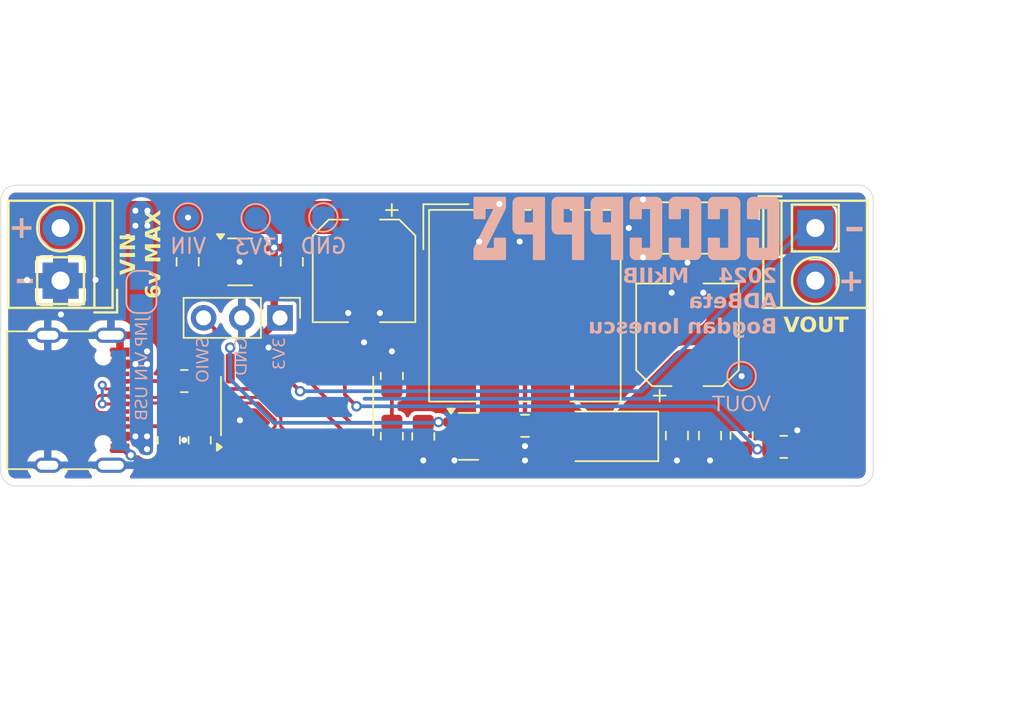
<source format=kicad_pcb>
(kicad_pcb (version 20240108) (generator "pcbnew") (generator_version "8.0")
  (title_block (title "CCCCPPPS") (date "2024-12-11") (rev "MkIIB") (comment 1 "ADBeta"))
  (layers (0 "F.Cu" signal) (31 "B.Cu" signal) (34 "B.Paste" user) (35 "F.Paste" user) (36 "B.SilkS" user "B.Silkscreen") (37 "F.SilkS" user "F.Silkscreen") (38 "B.Mask" user) (39 "F.Mask" user) (44 "Edge.Cuts" user))
  (net 0 "")
  (net 1 "GND")
  (net 2 "VBUS_VIN")
  (net 3 "VBUS_3V3")
  (net 4 "/L_IN")
  (net 5 "/L_OUT")
  (net 6 "VBUS_OUT_POS")
  (net 7 "/SWIO")
  (net 8 "/USB_DN")
  (net 9 "/USB_DP")
  (net 10 "Net-(J2-CC1)")
  (net 13 "Net-(J2-CC2)")
  (net 14 "VBUS_OUT_NEG")
  (net 15 "/PSU_PWM")
  (net 16 "/USB_DPU")
  (net 17 "/VOUT_FB")
  (net 18 "/ISENSE_OPA-")
  (net 19 "/ISENSE")
  (net 26 "/VBUS_USB")
  (footprint "Resistor_SMD:R_0805_2012Metric" (layer "F.Cu") (at 42 39.0875 -90)
    (property "Reference" "R8" (hide yes))
    (property "Value" "220R")
  )
  (footprint "Resistor_SMD:R_0805_2012Metric" (layer "F.Cu") (at 29.225 43.3625 -90)
    (property "Reference" "R3" (hide yes))
    (property "Value" "1K5")
  )
  (footprint "Resistor_SMD:R_0805_2012Metric" (layer "F.Cu") (at 27.175 43.3625 -90)
    (property "Reference" "R2" (hide yes))
    (property "Value" "5K1")
  )
  (footprint "Custom_Footprints:PCB_Terminal_Block_2-P3.5" (layer "F.Cu") (at 19.975 32.75 90)
    (property "Reference" "J4" (hide yes))
    (property "Value" "CONN_IN" (hide yes))
  )
  (footprint "Connector_PinHeader_2.54mm:PinHeader_1x03_P2.54mm_Vertical" (layer "F.Cu") (at 34.565 35.225 -90)
    (property "Reference" "J1" (hide yes))
    (property "Value" "PROG_HEADER" (hide yes))
  )
  (footprint "Package_TO_SOT_SMD:SOT-23-5" (layer "F.Cu") (at 31.9125 31.5)
    (property "Reference" "U3" (hide yes))
    (property "Value" "AP2112K-3.3")
  )
  (footprint "Resistor_SMD:R_0805_2012Metric" (layer "F.Cu") (at 65.25 43.05 -90)
    (property "Reference" "R5" (hide yes))
    (property "Value" "39K")
  )
  (footprint "Capacitor_SMD:CP_Elec_6.3x5.2" (layer "F.Cu") (at 40.15 32.1 -90)
    (property "Reference" "C8" (hide yes))
    (property "Value" "100uF")
  )
  (footprint "Resistor_SMD:R_0805_2012Metric" (layer "F.Cu") (at 44.087501 43.099999 -90)
    (property "Reference" "R4" (hide yes))
    (property "Value" "10K")
  )
  (footprint "Connector_USB:USB_C_Receptacle_G-Switch_GT-USB-7010ASV" (layer "F.Cu") (at 20.2 40.7 -90)
    (property "Reference" "J2" (hide yes))
    (property "Value" "USB_C")
  )
  (footprint "Package_TO_SOT_SMD:SOT-23" (layer "F.Cu") (at 47.1 43.1)
    (property "Reference" "Q1" (hide yes))
    (property "Value" "AO3400A")
  )
  (footprint "Resistor_SMD:R_0805_2012Metric" (layer "F.Cu") (at 28.2 39.425)
    (property "Reference" "R1" (hide yes))
    (property "Value" "5K1")
  )
  (footprint "Capacitor_SMD:C_0805_2012Metric" (layer "F.Cu") (at 35.35 31.5 -90)
    (property "Reference" "C2" (hide yes))
    (property "Value" "10uF")
  )
  (footprint "Capacitor_SMD:C_0805_2012Metric" (layer "F.Cu") (at 60.95 43.049999 -90)
    (property "Reference" "C6" (hide yes))
    (property "Value" "10uF")
  )
  (footprint "Package_SO:SOP-16_3.9x9.9mm_P1.27mm" (layer "F.Cu") (at 35.7 41.0875 90)
    (property "Reference" "U2" (hide yes))
    (property "Value" "CH32V003AxMx")
  )
  (footprint "Capacitor_SMD:C_0805_2012Metric" (layer "F.Cu") (at 50.85 42.4)
    (property "Reference" "C4" (hide yes))
    (property "Value" "10uF")
  )
  (footprint "Inductor_SMD:L_Bourns_SRF1260" (layer "F.Cu") (at 50.8425 34.4175)
    (property "Reference" "L1" (hide yes))
    (property "Value" "SRF1260-101M")
  )
  (footprint "Capacitor_SMD:C_0805_2012Metric" (layer "F.Cu") (at 63.15 43.049999 -90)
    (property "Reference" "C5" (hide yes))
    (property "Value" "100nF")
  )
  (footprint "Resistor_SMD:R_0805_2012Metric" (layer "F.Cu") (at 42 43.087499 -90)
    (property "Reference" "R7" (hide yes))
    (property "Value" "2K")
  )
  (footprint "Custom_Footprints:PCB_Terminal_Block_2-P3.5" (layer "F.Cu") (at 70.15 29.25 -90)
    (property "Reference" "J3" (hide yes))
    (property "Value" "CONN_OUT" (hide yes))
  )
  (footprint "Resistor_SMD:R_0805_2012Metric" (layer "F.Cu") (at 68.05 43.8)
    (property "Reference" "R6" (hide yes))
    (property "Value" "10K")
  )
  (footprint "Diode_SMD:D_SMA" (layer "F.Cu") (at 56.2 43.1 180)
    (property "Reference" "D1" (hide yes))
    (property "Value" "SS34")
  )
  (footprint "Resistor_SMD:R_2512_6332Metric_Pad1.40x3.35mm_HandSolder" (layer "F.Cu") (at 61.75 29.25 180)
    (property "Reference" "R9" (hide yes))
    (property "Value" "330mR")
  )
  (footprint "Capacitor_SMD:C_0805_2012Metric" (layer "F.Cu") (at 28.425 31.5 -90)
    (property "Reference" "C1" (hide yes))
    (property "Value" "10uF")
  )
  (footprint "Capacitor_SMD:CP_Elec_6.3x5.2" (layer "F.Cu") (at 61.65 36.35 90)
    (property "Reference" "C7" (hide yes))
    (property "Value" "100uF")
  )
  (footprint "TestPoint:TestPoint_Pad_D1.5mm" (layer "B.Cu") (at 65.25 39.1 180)
    (property "Reference" "TP1" (hide yes))
    (property "Value" "VOUT")
  )
  (footprint "TestPoint:TestPoint_Pad_D1.5mm" (layer "B.Cu") (at 28.45 28.55 180)
    (property "Reference" "TP2" (hide yes))
    (property "Value" "VIN")
  )
  (footprint "TestPoint:TestPoint_Pad_D1.5mm" (layer "B.Cu") (at 37.45 28.55 180)
    (property "Reference" "TP4" (hide yes))
    (property "Value" "GND")
  )
  (footprint "Jumper:SolderJumper-2_P1.3mm_Open_RoundedPad1.0x1.5mm" (layer "B.Cu") (at 25.35 33.5 90)
    (property "Reference" "JP1" (hide yes))
    (property "Value" "JMP_USB_VIN" (hide yes))
  )
  (footprint "TestPoint:TestPoint_Pad_D1.5mm" (layer "B.Cu") (at 32.95 28.6 180)
    (property "Reference" "TP3" (hide yes))
    (property "Value" "3V3")
  )
  (gr_poly (pts (xy 47.489349 28.6) (xy 48.166683 28.6) (xy 48.166683 27.922666) (xy 48.844016 27.922666) (xy 47.489349 30.632001) (xy 47.489349 31.31498) (xy 49.52135 31.31498) (xy 49.52135 29.954668) (xy 48.844016 29.954668) (xy 48.844016 30.632002) (xy 48.166683 30.632002) (xy 49.52135 27.922666) (xy 49.52135 27.239688) (xy 47.489349 27.239688)) (stroke (width 0.132291)) (fill solid) (layer "B.SilkS"))
  (gr_poly (pts (xy 63.389203 27.240085) (xy 63.372093 27.241275) (xy 63.355336 27.24326) (xy 63.338932 27.246038) (xy 63.322881 27.24961) (xy 63.307182 27.253975) (xy 63.291836 27.259135) (xy 63.276843 27.265088) (xy 63.262203 27.271835) (xy 63.247915 27.279375) (xy 63.233981 27.28771) (xy 63.220399 27.296838) (xy 63.20717 27.30676) (xy 63.194293 27.317475) (xy 63.18177 27.328985) (xy 63.169599 27.341288) (xy 63.157296 27.353459) (xy 63.145786 27.365982) (xy 63.135071 27.378859) (xy 63.125149 27.392088) (xy 63.116021 27.40567) (xy 63.107686 27.419604) (xy 63.100146 27.433892) (xy 63.093399 27.448532) (xy 63.087446 27.463525) (xy 63.082286 27.478871) (xy 63.077921 27.49457) (xy 63.074349 27.510621) (xy 63.071571 27.527025) (xy 63.069586 27.543782) (xy 63.068396 27.560892) (xy 63.067999 27.578355) (xy 63.067999 28.6) (xy 63.745333 28.6) (xy 63.745333 27.922666) (xy 64.422666 27.922666) (xy 64.422666 30.632002) (xy 63.745333 30.632002) (xy 63.745333 29.954668) (xy 63.067999 29.954668) (xy 63.067999 30.976313) (xy 63.068396 30.993798) (xy 63.069586 31.010973) (xy 63.071571 31.027841) (xy 63.074349 31.044399) (xy 63.077921 31.060649) (xy 63.082286 31.07659) (xy 63.087446 31.092223) (xy 63.093399 31.107547) (xy 63.100146 31.122562) (xy 63.107686 31.137268) (xy 63.116021 31.151666) (xy 63.125149 31.165755) (xy 63.135071 31.179535) (xy 63.145786 31.193007) (xy 63.157296 31.20617) (xy 63.169599 31.219024) (xy 63.18177 31.230644) (xy 63.194293 31.241514) (xy 63.20717 31.251634) (xy 63.220399 31.261005) (xy 63.233981 31.269626) (xy 63.247915 31.277498) (xy 63.262203 31.284619) (xy 63.276843 31.290991) (xy 63.291836 31.296614) (xy 63.307182 31.301487) (xy 63.322881 31.30561) (xy 63.338932 31.308983) (xy 63.355336 31.311607) (xy 63.372093 31.313481) (xy 63.389203 31.314605) (xy 63.406666 31.31498) (xy 64.761334 31.31498) (xy 64.778818 31.314605) (xy 64.795994 31.313481) (xy 64.812861 31.311607) (xy 64.829419 31.308983) (xy 64.845669 31.30561) (xy 64.86161 31.301487) (xy 64.877243 31.296614) (xy 64.892567 31.290991) (xy 64.907582 31.284619) (xy 64.922288 31.277498) (xy 64.936686 31.269626) (xy 64.950775 31.261005) (xy 64.964555 31.251634) (xy 64.978027 31.241514) (xy 64.99119 31.230644) (xy 65.004045 31.219024) (xy 65.015664 31.20617) (xy 65.026534 31.193007) (xy 65.036654 31.179535) (xy 65.046025 31.165755) (xy 65.054646 31.151666) (xy 65.062518 31.137268) (xy 65.069639 31.122562) (xy 65.076011 31.107547) (xy 65.081634 31.092223) (xy 65.086506 31.07659) (xy 65.09063 31.060649) (xy 65.094003 31.044399) (xy 65.096627 31.027841) (xy 65.098501 31.010973) (xy 65.099625 30.993798) (xy 65.1 30.976313) (xy 65.1 27.578355) (xy 65.099625 27.560892) (xy 65.098501 27.543782) (xy 65.096627 27.527025) (xy 65.094003 27.510621) (xy 65.09063 27.49457) (xy 65.086506 27.478871) (xy 65.081634 27.463525) (xy 65.076011 27.448532) (xy 65.069639 27.433892) (xy 65.062518 27.419604) (xy 65.054646 27.40567) (xy 65.046025 27.392088) (xy 65.036654 27.378859) (xy 65.026534 27.365982) (xy 65.015664 27.353459) (xy 65.004045 27.341288) (xy 64.99119 27.328985) (xy 64.978027 27.317475) (xy 64.964556 27.30676) (xy 64.950775 27.296838) (xy 64.936686 27.28771) (xy 64.922288 27.279375) (xy 64.907582 27.271835) (xy 64.892567 27.265088) (xy 64.877243 27.259135) (xy 64.861611 27.253975) (xy 64.845669 27.24961) (xy 64.82942 27.246038) (xy 64.812861 27.24326) (xy 64.795994 27.241275) (xy 64.778818 27.240085) (xy 64.761334 27.239688) (xy 63.406666 27.239688)) (stroke (width 0.132291)) (fill solid) (layer "B.SilkS"))
  (gr_poly (pts (xy 60.792762 27.240085) (xy 60.775653 27.241275) (xy 60.758896 27.24326) (xy 60.742491 27.246038) (xy 60.72644 27.24961) (xy 60.710741 27.253975) (xy 60.695395 27.259135) (xy 60.680402 27.265088) (xy 60.665762 27.271835) (xy 60.651474 27.279375) (xy 60.63754 27.28771) (xy 60.623958 27.296838) (xy 60.610729 27.30676) (xy 60.597852 27.317475) (xy 60.585328 27.328985) (xy 60.573158 27.341288) (xy 60.560854 27.353459) (xy 60.549345 27.365982) (xy 60.538629 27.378859) (xy 60.528708 27.392088) (xy 60.519579 27.40567) (xy 60.511245 27.419604) (xy 60.503704 27.433892) (xy 60.496958 27.448532) (xy 60.491004 27.463525) (xy 60.485845 27.478871) (xy 60.481479 27.49457) (xy 60.477907 27.510621) (xy 60.475129 27.527025) (xy 60.473145 27.543782) (xy 60.471954 27.560892) (xy 60.471557 27.578355) (xy 60.471557 28.6) (xy 61.148891 28.6) (xy 61.148891 27.922666) (xy 61.826225 27.922666) (xy 61.826225 30.632002) (xy 61.148891 30.632002) (xy 61.148891 29.954668) (xy 60.471557 29.954668) (xy 60.471557 30.976313) (xy 60.471954 30.993798) (xy 60.473145 31.010973) (xy 60.475129 31.027841) (xy 60.477907 31.044399) (xy 60.481479 31.060649) (xy 60.485845 31.07659) (xy 60.491004 31.092223) (xy 60.496958 31.107547) (xy 60.503704 31.122562) (xy 60.511245 31.137268) (xy 60.519579 31.151666) (xy 60.528708 31.165755) (xy 60.538629 31.179535) (xy 60.549345 31.193007) (xy 60.560854 31.20617) (xy 60.573158 31.219024) (xy 60.585329 31.230644) (xy 60.597852 31.241514) (xy 60.610729 31.251634) (xy 60.623958 31.261005) (xy 60.63754 31.269626) (xy 60.651475 31.277498) (xy 60.665762 31.284619) (xy 60.680403 31.290991) (xy 60.695396 31.296614) (xy 60.710742 31.301487) (xy 60.72644 31.30561) (xy 60.742492 31.308983) (xy 60.758896 31.311607) (xy 60.775653 31.313481) (xy 60.792762 31.314605) (xy 60.810225 31.31498) (xy 62.164893 31.31498) (xy 62.182377 31.314605) (xy 62.199553 31.313481) (xy 62.21642 31.311607) (xy 62.232979 31.308983) (xy 62.249229 31.30561) (xy 62.26517 31.301487) (xy 62.280802 31.296614) (xy 62.296126 31.290991) (xy 62.311141 31.284619) (xy 62.325848 31.277498) (xy 62.340245 31.269626) (xy 62.354335 31.261005) (xy 62.368115 31.251634) (xy 62.381587 31.241514) (xy 62.39475 31.230644) (xy 62.407604 31.219024) (xy 62.419224 31.20617) (xy 62.430094 31.193007) (xy 62.440214 31.179535) (xy 62.449584 31.165755) (xy 62.458205 31.151666) (xy 62.466077 31.137268) (xy 62.473198 31.122562) (xy 62.479571 31.107547) (xy 62.485193 31.092223) (xy 62.490066 31.07659) (xy 62.494189 31.060649) (xy 62.497562 31.044399) (xy 62.500186 31.027841) (xy 62.50206 31.010973) (xy 62.503185 30.993798) (xy 62.503559 30.976313) (xy 62.503559 27.578355) (xy 62.503185 27.560892) (xy 62.50206 27.543782) (xy 62.500186 27.527025) (xy 62.497562 27.510621) (xy 62.494189 27.49457) (xy 62.490066 27.478871) (xy 62.485193 27.463525) (xy 62.479571 27.448532) (xy 62.473198 27.433892) (xy 62.466077 27.419605) (xy 62.458205 27.40567) (xy 62.449584 27.392088) (xy 62.440214 27.378859) (xy 62.430094 27.365982) (xy 62.419224 27.353459) (xy 62.407604 27.341288) (xy 62.39475 27.328985) (xy 62.381587 27.317475) (xy 62.368115 27.30676) (xy 62.354335 27.296838) (xy 62.340245 27.28771) (xy 62.325848 27.279375) (xy 62.311141 27.271835) (xy 62.296126 27.265088) (xy 62.280802 27.259135) (xy 62.26517 27.253975) (xy 62.249229 27.24961) (xy 62.232979 27.246038) (xy 62.21642 27.24326) (xy 62.199553 27.241275) (xy 62.182377 27.240085) (xy 62.164893 27.239688) (xy 60.810225 27.239688)) (stroke (width 0.132291)) (fill solid) (layer "B.SilkS"))
  (gr_poly (pts (xy 50.406996 27.240085) (xy 50.389887 27.241275) (xy 50.37313 27.24326) (xy 50.356725 27.246038) (xy 50.340674 27.24961) (xy 50.324976 27.253975) (xy 50.30963 27.259135) (xy 50.294637 27.265088) (xy 50.279997 27.271835) (xy 50.265709 27.279375) (xy 50.251774 27.28771) (xy 50.238193 27.296838) (xy 50.224963 27.30676) (xy 50.212087 27.317475) (xy 50.199563 27.328985) (xy 50.187393 27.341288) (xy 50.175089 27.353459) (xy 50.16358 27.365982) (xy 50.152864 27.378859) (xy 50.142942 27.392088) (xy 50.133814 27.40567) (xy 50.12548 27.419604) (xy 50.117939 27.433892) (xy 50.111192 27.448532) (xy 50.105239 27.463525) (xy 50.100079 27.478871) (xy 50.095714 27.49457) (xy 50.092142 27.510621) (xy 50.089364 27.527025) (xy 50.087379 27.543782) (xy 50.086189 27.560892) (xy 50.085792 27.578355) (xy 50.085792 29.277334) (xy 50.086189 29.294819) (xy 50.087379 29.311994) (xy 50.089364 29.328862) (xy 50.092142 29.34542) (xy 50.095714 29.36167) (xy 50.100079 29.377611) (xy 50.105239 29.393244) (xy 50.111192 29.408567) (xy 50.117939 29.423582) (xy 50.12548 29.438289) (xy 50.133814 29.452687) (xy 50.142942 29.466776) (xy 50.152864 29.480556) (xy 50.16358 29.494028) (xy 50.175089 29.507191) (xy 50.187393 29.520045) (xy 50.199563 29.531665) (xy 50.212087 29.542535) (xy 50.224963 29.552655) (xy 50.238193 29.562026) (xy 50.251774 29.570647) (xy 50.265709 29.578518) (xy 50.279997 29.58564) (xy 50.294637 29.592012) (xy 50.30963 29.597634) (xy 50.324976 29.602507) (xy 50.340674 29.60663) (xy 50.356725 29.610004) (xy 50.37313 29.612627) (xy 50.389887 29.614502) (xy 50.406996 29.615626) (xy 50.424459 29.616001) (xy 51.44046 29.616001) (xy 51.44046 31.31498) (xy 52.117793 31.31498) (xy 52.117793 28.938667) (xy 51.44046 28.938667) (xy 50.763126 28.938667) (xy 50.763126 27.922666) (xy 51.44046 27.922666) (xy 51.44046 28.938667) (xy 52.117793 28.938667) (xy 52.117793 27.239688) (xy 50.424459 27.239688)) (stroke (width 0.132291)) (fill solid) (layer "B.SilkS"))
  (gr_poly (pts (xy 55.599879 27.240085) (xy 55.582769 27.241275) (xy 55.566013 27.24326) (xy 55.549608 27.246038) (xy 55.533557 27.24961) (xy 55.517859 27.253975) (xy 55.502513 27.259135) (xy 55.48752 27.265088) (xy 55.472879 27.271835) (xy 55.458592 27.279375) (xy 55.444657 27.28771) (xy 55.431075 27.296838) (xy 55.417846 27.30676) (xy 55.40497 27.317475) (xy 55.392446 27.328985) (xy 55.380275 27.341288) (xy 55.367972 27.353459) (xy 55.356462 27.365982) (xy 55.345747 27.378859) (xy 55.335825 27.392088) (xy 55.326697 27.40567) (xy 55.318362 27.419604) (xy 55.310822 27.433892) (xy 55.304075 27.448532) (xy 55.298121 27.463525) (xy 55.292962 27.478871) (xy 55.288596 27.49457) (xy 55.285024 27.510621) (xy 55.282246 27.527025) (xy 55.280262 27.543782) (xy 55.279071 27.560892) (xy 55.278674 27.578355) (xy 55.278675 29.277334) (xy 55.279072 29.294819) (xy 55.280263 29.311994) (xy 55.282247 29.328862) (xy 55.285025 29.34542) (xy 55.288597 29.36167) (xy 55.292963 29.377611) (xy 55.298122 29.393244) (xy 55.304076 29.408567) (xy 55.310822 29.423582) (xy 55.318363 29.438289) (xy 55.326698 29.452687) (xy 55.335826 29.466776) (xy 55.345748 29.480556) (xy 55.356463 29.494028) (xy 55.367973 29.507191) (xy 55.380276 29.520045) (xy 55.392447 29.531665) (xy 55.40497 29.542535) (xy 55.417847 29.552655) (xy 55.431076 29.562026) (xy 55.444658 29.570647) (xy 55.458592 29.578518) (xy 55.47288 29.58564) (xy 55.48752 29.592012) (xy 55.502513 29.597634) (xy 55.517859 29.602507) (xy 55.533557 29.60663) (xy 55.549609 29.610004) (xy 55.566013 29.612627) (xy 55.58277 29.614502) (xy 55.59988 29.615626) (xy 55.617342 29.616001) (xy 56.633343 29.616001) (xy 56.633343 31.31498) (xy 57.310677 31.31498) (xy 57.310677 28.938667) (xy 56.633342 28.938667) (xy 55.956008 28.938667) (xy 55.956008 27.922666) (xy 56.633342 27.922666) (xy 56.633342 28.938667) (xy 57.310677 28.938667) (xy 57.310677 27.239688) (xy 55.617341 27.239688)) (stroke (width 0.132291)) (fill solid) (layer "B.SilkS"))
  (gr_poly (pts (xy 53.003438 27.240085) (xy 52.986328 27.241275) (xy 52.969571 27.24326) (xy 52.953167 27.246038) (xy 52.937115 27.24961) (xy 52.921417 27.253975) (xy 52.906071 27.259135) (xy 52.891078 27.265088) (xy 52.876437 27.271835) (xy 52.86215 27.279375) (xy 52.848215 27.28771) (xy 52.834633 27.296838) (xy 52.821404 27.30676) (xy 52.808527 27.317475) (xy 52.796004 27.328985) (xy 52.783833 27.341288) (xy 52.77153 27.353459) (xy 52.760021 27.365982) (xy 52.749305 27.378859) (xy 52.739383 27.392088) (xy 52.730255 27.40567) (xy 52.721921 27.419604) (xy 52.71438 27.433892) (xy 52.707633 27.448532) (xy 52.70168 27.463525) (xy 52.696521 27.478871) (xy 52.692155 27.49457) (xy 52.688583 27.510621) (xy 52.685805 27.527025) (xy 52.683821 27.543782) (xy 52.68263 27.560892) (xy 52.682233 27.578355) (xy 52.682233 29.277334) (xy 52.68263 29.294819) (xy 52.683821 29.311994) (xy 52.685805 29.328862) (xy 52.688583 29.34542) (xy 52.692155 29.36167) (xy 52.696521 29.377611) (xy 52.70168 29.393244) (xy 52.707633 29.408567) (xy 52.71438 29.423582) (xy 52.721921 29.438289) (xy 52.730255 29.452687) (xy 52.739383 29.466776) (xy 52.749305 29.480556) (xy 52.760021 29.494028) (xy 52.77153 29.507191) (xy 52.783833 29.520045) (xy 52.796004 29.531665) (xy 52.808527 29.542535) (xy 52.821404 29.552655) (xy 52.834633 29.562026) (xy 52.848215 29.570647) (xy 52.86215 29.578518) (xy 52.876437 29.58564) (xy 52.891078 29.592012) (xy 52.906071 29.597634) (xy 52.921417 29.602507) (xy 52.937115 29.60663) (xy 52.953167 29.610004) (xy 52.969571 29.612627) (xy 52.986328 29.614502) (xy 53.003438 29.615626) (xy 53.0209 29.616001) (xy 54.036901 29.616001) (xy 54.036901 31.31498) (xy 54.714235 31.31498) (xy 54.714235 28.938667) (xy 54.036901 28.938667) (xy 53.359567 28.938667) (xy 53.359567 27.922666) (xy 54.036901 27.922666) (xy 54.036901 28.938667) (xy 54.714235 28.938667) (xy 54.714235 27.239688) (xy 53.0209 27.239688)) (stroke (width 0.132291)) (fill solid) (layer "B.SilkS"))
  (gr_poly (pts (xy 58.196321 27.240085) (xy 58.179211 27.241275) (xy 58.162454 27.24326) (xy 58.14605 27.246038) (xy 58.129999 27.24961) (xy 58.1143 27.253975) (xy 58.098954 27.259135) (xy 58.083961 27.265088) (xy 58.069321 27.271835) (xy 58.055033 27.279375) (xy 58.041098 27.28771) (xy 58.027516 27.296838) (xy 58.014287 27.30676) (xy 58.001411 27.317475) (xy 57.988887 27.328985) (xy 57.976716 27.341288) (xy 57.964413 27.353459) (xy 57.952904 27.365982) (xy 57.942188 27.378859) (xy 57.932267 27.392088) (xy 57.923139 27.40567) (xy 57.914804 27.419604) (xy 57.907264 27.433892) (xy 57.900517 27.448532) (xy 57.894564 27.463525) (xy 57.889404 27.478871) (xy 57.885039 27.49457) (xy 57.881467 27.510621) (xy 57.878689 27.527025) (xy 57.876704 27.543782) (xy 57.875514 27.560892) (xy 57.875117 27.578355) (xy 57.875117 28.6) (xy 58.55245 28.6) (xy 58.55245 27.922666) (xy 59.229784 27.922666) (xy 59.229784 30.632002) (xy 58.55245 30.632002) (xy 58.55245 29.954668) (xy 57.875117 29.954668) (xy 57.875117 30.976313) (xy 57.875514 30.993798) (xy 57.876704 31.010973) (xy 57.878689 31.027841) (xy 57.881467 31.044399) (xy 57.885039 31.060649) (xy 57.889404 31.07659) (xy 57.894564 31.092223) (xy 57.900517 31.107547) (xy 57.907264 31.122562) (xy 57.914804 31.137268) (xy 57.923139 31.151666) (xy 57.932267 31.165755) (xy 57.942188 31.179535) (xy 57.952904 31.193007) (xy 57.964413 31.20617) (xy 57.976716 31.219024) (xy 57.988887 31.230644) (xy 58.001411 31.241514) (xy 58.014287 31.251634) (xy 58.027516 31.261005) (xy 58.041098 31.269626) (xy 58.055033 31.277498) (xy 58.069321 31.284619) (xy 58.083961 31.290991) (xy 58.098954 31.296614) (xy 58.1143 31.301487) (xy 58.129999 31.30561) (xy 58.14605 31.308983) (xy 58.162454 31.311607) (xy 58.179211 31.313481) (xy 58.196321 31.314605) (xy 58.213784 31.31498) (xy 59.568451 31.31498) (xy 59.585936 31.314605) (xy 59.603111 31.313481) (xy 59.619978 31.311607) (xy 59.636537 31.308983) (xy 59.652787 31.30561) (xy 59.668728 31.301487) (xy 59.68436 31.296614) (xy 59.699684 31.290991) (xy 59.714699 31.284619) (xy 59.729406 31.277498) (xy 59.743803 31.269626) (xy 59.757893 31.261005) (xy 59.771673 31.251634) (xy 59.785145 31.241514) (xy 59.798308 31.230644) (xy 59.811162 31.219024) (xy 59.822782 31.20617) (xy 59.833652 31.193007) (xy 59.843772 31.179535) (xy 59.853143 31.165755) (xy 59.861764 31.151666) (xy 59.869635 31.137268) (xy 59.876757 31.122562) (xy 59.883129 31.107547) (xy 59.888752 31.092223) (xy 59.893624 31.07659) (xy 59.897747 31.060649) (xy 59.901121 31.044399) (xy 59.903745 31.027841) (xy 59.905619 31.010973) (xy 59.906743 30.993798) (xy 59.907118 30.976313) (xy 59.907118 27.578355) (xy 59.906743 27.560892) (xy 59.905619 27.543782) (xy 59.903745 27.527025) (xy 59.901121 27.510621) (xy 59.897747 27.49457) (xy 59.893624 27.478871) (xy 59.888752 27.463525) (xy 59.883129 27.448532) (xy 59.876757 27.433892) (xy 59.869635 27.419605) (xy 59.861764 27.40567) (xy 59.853143 27.392088) (xy 59.843772 27.378859) (xy 59.833652 27.365982) (xy 59.822782 27.353459) (xy 59.811162 27.341288) (xy 59.798308 27.328985) (xy 59.785145 27.317475) (xy 59.771673 27.30676) (xy 59.757893 27.296838) (xy 59.743804 27.28771) (xy 59.729406 27.279375) (xy 59.7147 27.271835) (xy 59.699685 27.265088) (xy 59.684361 27.259135) (xy 59.668729 27.253975) (xy 59.652787 27.24961) (xy 59.636537 27.246038) (xy 59.619979 27.24326) (xy 59.603112 27.241275) (xy 59.585936 27.240085) (xy 59.568451 27.239688) (xy 58.213784 27.239688)) (stroke (width 0.132291)) (fill solid) (layer "B.SilkS"))
  (gr_poly (pts (xy 65.985645 27.240085) (xy 65.968535 27.241275) (xy 65.951778 27.24326) (xy 65.935374 27.246038) (xy 65.919322 27.24961) (xy 65.903624 27.253975) (xy 65.888278 27.259135) (xy 65.873285 27.265088) (xy 65.858645 27.271835) (xy 65.844357 27.279375) (xy 65.830422 27.28771) (xy 65.81684 27.296838) (xy 65.803611 27.30676) (xy 65.790735 27.317475) (xy 65.778211 27.328985) (xy 65.76604 27.341288) (xy 65.753737 27.353459) (xy 65.742228 27.365982) (xy 65.731512 27.378859) (xy 65.72159 27.392088) (xy 65.712462 27.40567) (xy 65.704128 27.419604) (xy 65.696587 27.433892) (xy 65.68984 27.448532) (xy 65.683887 27.463525) (xy 65.678728 27.478871) (xy 65.674362 27.49457) (xy 65.67079 27.510621) (xy 65.668012 27.527025) (xy 65.666028 27.543782) (xy 65.664837 27.560892) (xy 65.66444 27.578355) (xy 65.66444 28.6) (xy 66.341774 28.6) (xy 66.341774 27.922666) (xy 67.019108 27.922666) (xy 67.019108 30.632002) (xy 66.341774 30.632002) (xy 66.341774 29.954668) (xy 65.66444 29.954668) (xy 65.66444 30.976313) (xy 65.664837 30.993798) (xy 65.666027 31.010973) (xy 65.668012 31.027841) (xy 65.67079 31.044399) (xy 65.674362 31.060649) (xy 65.678727 31.07659) (xy 65.683887 31.092223) (xy 65.68984 31.107547) (xy 65.696587 31.122562) (xy 65.704128 31.137268) (xy 65.712462 31.151666) (xy 65.72159 31.165755) (xy 65.731512 31.179535) (xy 65.742228 31.193007) (xy 65.753737 31.20617) (xy 65.76604 31.219024) (xy 65.778211 31.230644) (xy 65.790735 31.241514) (xy 65.803611 31.251634) (xy 65.81684 31.261005) (xy 65.830422 31.269626) (xy 65.844357 31.277498) (xy 65.858645 31.284619) (xy 65.873285 31.290991) (xy 65.888278 31.296614) (xy 65.903624 31.301487) (xy 65.919322 31.30561) (xy 65.935374 31.308983) (xy 65.951778 31.311607) (xy 65.968535 31.313481) (xy 65.985645 31.314605) (xy 66.003107 31.31498) (xy 67.357775 31.31498) (xy 67.375259 31.314605) (xy 67.392435 31.313481) (xy 67.409302 31.311607) (xy 67.425861 31.308983) (xy 67.442111 31.30561) (xy 67.458052 31.301487) (xy 67.473684 31.296614) (xy 67.489008 31.290991) (xy 67.504023 31.284619) (xy 67.51873 31.277498) (xy 67.533128 31.269626) (xy 67.547217 31.261005) (xy 67.560997 31.251634) (xy 67.574469 31.241514) (xy 67.587632 31.230644) (xy 67.600486 31.219024) (xy 67.612106 31.20617) (xy 67.622976 31.193007) (xy 67.633096 31.179535) (xy 67.642467 31.165755) (xy 67.651088 31.151666) (xy 67.658959 31.137268) (xy 67.666081 31.122562) (xy 67.672453 31.107547) (xy 67.678075 31.092223) (xy 67.682948 31.07659) (xy 67.687071 31.060649) (xy 67.690445 31.044399) (xy 67.693068 31.027841) (xy 67.694942 31.010973) (xy 67.696067 30.993798) (xy 67.696442 30.976313) (xy 67.696442 27.578355) (xy 67.696067 27.560892) (xy 67.694942 27.543782) (xy 67.693068 27.527025) (xy 67.690445 27.510621) (xy 67.687071 27.49457) (xy 67.682948 27.478871) (xy 67.678075 27.463525) (xy 67.672453 27.448532) (xy 67.666081 27.433892) (xy 67.658959 27.419604) (xy 67.651088 27.40567) (xy 67.642467 27.392088) (xy 67.633096 27.378859) (xy 67.622976 27.365982) (xy 67.612106 27.353459) (xy 67.600486 27.341288) (xy 67.587632 27.328985) (xy 67.574469 27.317475) (xy 67.560997 27.30676) (xy 67.547217 27.296838) (xy 67.533128 27.28771) (xy 67.51873 27.279375) (xy 67.504023 27.271835) (xy 67.489008 27.265088) (xy 67.473684 27.259135) (xy 67.458052 27.253975) (xy 67.442111 27.24961) (xy 67.425861 27.246038) (xy 67.409302 27.24326) (xy 67.392435 27.241275) (xy 67.375259 27.240085) (xy 67.357775 27.239688) (xy 66.003107 27.239688)) (stroke (width 0.132291)) (fill solid) (layer "B.SilkS"))
  (gr_line (start 16 45.4) (end 16 27.4) (stroke (width 0.05)) (layer "Edge.Cuts"))
  (gr_arc (start 74 45.4) (mid 73.707107 46.107107) (end 73 46.4) (stroke (width 0.05)) (layer "Edge.Cuts"))
  (gr_arc (start 17 46.4) (mid 16.292893 46.107107) (end 16 45.4) (stroke (width 0.05)) (layer "Edge.Cuts"))
  (gr_arc (start 16 27.4) (mid 16.292893 26.692893) (end 17 26.4) (stroke (width 0.05)) (layer "Edge.Cuts"))
  (gr_arc (start 73 26.4) (mid 73.707107 26.692893) (end 74 27.4) (stroke (width 0.05)) (layer "Edge.Cuts"))
  (gr_line (start 73 46.4) (end 17 46.4) (stroke (width 0.05)) (layer "Edge.Cuts"))
  (gr_line (start 17 26.4) (end 73 26.4) (stroke (width 0.05)) (layer "Edge.Cuts"))
  (gr_line (start 74 27.4) (end 74 45.4) (stroke (width 0.05)) (layer "Edge.Cuts"))
  (gr_text "3V3" (at 34.55 36.5 90) (layer "B.SilkS") (effects (font (size 0.8 0.8) (thickness 0.1)) (justify left mirror)))
  (gr_text "+" (at 72.5 32.8 270) (layer "B.SilkS") (effects (font (size 1.5 1.5) (thickness 0.2) (bold yes)) (justify mirror)))
  (gr_text "-" (at 17.6 32.75 -0) (layer "B.SilkS") (effects (font (size 1.5 2.5) (thickness 0.2) (bold yes)) (justify mirror)))
  (gr_text "-" (at 72.75 29.3 -0) (layer "B.SilkS") (effects (font (size 1.5 2.5) (thickness 0.2) (bold yes)) (justify mirror)))
  (gr_text "+" (at 17.35 29.25 270) (layer "B.SilkS") (effects (font (size 1.5 1.5) (thickness 0.2) (bold yes)) (justify mirror)))
  (gr_text "JMP VIN USB" (at 25.4 35.15 90) (layer "B.SilkS") (effects (font (size 0.8 0.8) (thickness 0.1)) (justify left mirror)))
  (gr_text "GND" (at 32.010001 36.499999 90) (layer "B.SilkS") (effects (font (size 0.8 0.8) (thickness 0.1)) (justify left mirror)))
  (gr_text "2024    MkIIB\nADBeta\nBogdan Ionescu" (at 67.6 31.9 0) (layer "B.SilkS") (effects (font (size 1 1) (thickness 0.2) (bold yes)) (justify left top mirror)))
  (gr_text "SWIO" (at 29.470001 36.499999 90) (layer "B.SilkS") (effects (font (size 0.8 0.8) (thickness 0.1)) (justify left mirror)))
  (gr_text "VOUT" (at 70.2 35.75 0) (layer "F.SilkS") (effects (font (size 1 1) (thickness 0.2) (bold yes))))
  (gr_text "VIN\n6v MAX" (at 25.35 31 90) (layer "F.SilkS") (effects (font (size 1 1) (thickness 0.2) (bold yes))))
  (segment (start 60.95 44.7) (end 60.95 43.999998) (width 0.25) (layer "F.Cu") (net 1))
  (segment (start 42 38.175) (end 42 37.637499) (width 0.25) (layer "F.Cu") (net 1))
  (segment (start 33.795001 38.5875) (end 33.795001 37.204999) (width 0.4) (layer "F.Cu") (net 1))
  (segment (start 24.2 43.9) (end 24.65 44.35) (width 0.5) (layer "F.Cu") (net 1))
  (segment (start 30.775 31.5) (end 31.875 31.5) (width 0.4) (layer "F.Cu") (net 1))
  (segment (start 33.795001 37.204999) (end 33.8 37.2) (width 0.4) (layer "F.Cu") (net 1))
  (segment (start 46.162501 44.049999) (end 44.125001 44.049999) (width 0.25) (layer "F.Cu") (net 1))
  (segment (start 44.087501 44.7) (end 44.087501 44.012499) (width 0.25) (layer "F.Cu") (net 1))
  (segment (start 46.1625 44.7) (end 46.1625 44.05) (width 0.25) (layer "F.Cu") (net 1))
  (segment (start 40.15 34.9) (end 39.1 34.9) (width 1) (layer "F.Cu") (net 1))
  (segment (start 44.125001 44.049999) (end 44.087501 44.012499) (width 0.25) (layer "F.Cu") (net 1))
  (segment (start 23.925 43.9) (end 24.2 43.9) (width 0.5) (layer "F.Cu") (net 1))
  (segment (start 63.15 44.7) (end 63.15 43.999998) (width 0.25) (layer "F.Cu") (net 1))
  (segment (start 40.15 34.9) (end 41.2 34.9) (width 1) (layer "F.Cu") (net 1))
  (via (at 31.875 31.5) (size 0.7) (drill 0.4) (layers "F.Cu" "B.Cu") (net 1))
  (via (at 49.15 27.65) (size 0.7) (drill 0.4) (layers "F.Cu" "B.Cu") (net 1))
  (via (at 63.15 44.7) (size 0.7) (drill 0.4) (layers "F.Cu" "B.Cu") (net 1))
  (via (at 58.7 31.2) (size 0.7) (drill 0.4) (layers "F.Cu" "B.Cu") (net 1))
  (via (at 68.95 42.7) (size 0.7) (drill 0.4) (layers "F.Cu" "B.Cu") (net 1))
  (via (at 60.95 44.7) (size 0.7) (drill 0.4) (layers "F.Cu" "B.Cu") (net 1))
  (via (at 40.15 36.85) (size 0.7) (drill 0.4) (layers "F.Cu" "B.Cu") (net 1))
  (via (at 22.3 32.7) (size 0.7) (drill 0.4) (layers "F.Cu" "B.Cu") (net 1))
  (via (at 42 37.45) (size 0.7) (drill 0.4) (layers "F.Cu" "B.Cu") (net 1))
  (via (at 60.6 33.55) (size 0.7) (drill 0.4) (layers "F.Cu" "B.Cu") (net 1))
  (via (at 28.2 43.35) (size 0.7) (drill 0.4) (layers "F.Cu" "B.Cu") (net 1))
  (via (at 46.1625 44.7) (size 0.7) (drill 0.4) (layers "F.Cu" "B.Cu") (net 1))
  (via (at 50.85 44.7) (size 0.7) (drill 0.4) (layers "F.Cu" "B.Cu") (net 1))
  (via (at 44.087501 44.7) (size 0.7) (drill 0.4) (layers "F.Cu" "B.Cu") (net 1))
  (via (at 58.7 27.35) (size 0.7) (drill 0.4) (layers "F.Cu" "B.Cu") (net 1))
  (via (at 61.65 31.55) (size 0.7) (drill 0.4) (layers "F.Cu" "B.Cu") (net 1))
  (via (at 31.9 42.025) (size 0.7) (drill 0.4) (layers "F.Cu" "B.Cu") (net 1))
  (via (at 20 35) (size 0.7) (drill 0.4) (layers "F.Cu" "B.Cu") (net 1))
  (via (at 17.75 32.7) (size 0.7) (drill 0.4) (layers "F.Cu" "B.Cu") (net 1))
  (via (at 57.75 29.25) (size 0.7) (drill 0.4) (layers "F.Cu" "B.Cu") (net 1))
  (via (at 47.8 30.15) (size 0.7) (drill 0.4) (layers "F.Cu" "B.Cu") (net 1))
  (via (at 62.7 33.55) (size 0.7) (drill 0.4) (layers "F.Cu" "B.Cu") (net 1))
  (via (at 24.65 44.35) (size 0.7) (drill 0.4) (layers "F.Cu" "B.Cu") (net 1))
  (via (at 39.1 34.9) (size 0.7) (drill 0.4) (layers "F.Cu" "B.Cu") (net 1))
  (via (at 50.85 43.75) (size 0.7) (drill 0.4) (layers "F.Cu" "B.Cu") (net 1))
  (via (at 33.8 37.2) (size 0.7) (drill 0.4) (layers "F.Cu" "B.Cu") (net 1))
  (via (at 50.5 30.15) (size 0.7) (drill 0.4) (layers "F.Cu" "B.Cu") (net 1))
  (via (at 41.2 34.9) (size 0.7) (drill 0.4) (layers "F.Cu" "B.Cu") (net 1))
  (segment (start 28.425 30.550001) (end 28.425 28.575) (width 0.5) (layer "F.Cu") (net 2))
  (segment (start 29.625 31.949999) (end 29.625 30.549999) (width 0.5) (layer "F.Cu") (net 2))
  (segment (start 30.125001 32.45) (end 29.625 31.949999) (width 0.5) (layer "F.Cu") (net 2))
  (segment (start 28.425001 30.55) (end 28.425 30.550001) (width 0.5) (layer "F.Cu") (net 2))
  (segment (start 30.775 30.55) (end 29.7 30.55) (width 0.5) (layer "F.Cu") (net 2))
  (segment (start 30.775 32.45) (end 30.125001 32.45) (width 0.5) (layer "F.Cu") (net 2))
  (segment (start 28.425 28.575) (end 28.45 28.55) (width 0.5) (layer "F.Cu") (net 2))
  (segment (start 28.425 30.550001) (end 28.575 30.550001) (width 0.5) (layer "F.Cu") (net 2))
  (segment (start 29.7 30.55) (end 28.425001 30.55) (width 0.5) (layer "F.Cu") (net 2))
  (via (at 25.75 29.1) (size 0.7) (drill 0.4) (layers "F.Cu" "B.Cu") (net 2))
  (via (at 24.95 28.1) (size 0.7) (drill 0.4) (layers "F.Cu" "B.Cu") (net 2))
  (via (at 25.75 28.1) (size 0.7) (drill 0.4) (layers "F.Cu" "B.Cu") (net 2))
  (via (at 24.95 29.1) (size 0.7) (drill 0.4) (layers "F.Cu" "B.Cu") (net 2))
  (via (at 28.45 28.55) (size 0.7) (drill 0.4) (layers "F.Cu" "B.Cu") (net 2))
  (segment (start 34.175 34.835) (end 34.565 35.225) (width 0.5) (layer "F.Cu") (net 3))
  (segment (start 34.175 30.55) (end 35.349999 30.55) (width 0.5) (layer "F.Cu") (net 3))
  (segment (start 35.349999 30.55) (end 35.35 30.550001) (width 0.5) (layer "F.Cu") (net 3))
  (segment (start 33.05 30.55) (end 34.175 30.55) (width 0.5) (layer "F.Cu") (net 3))
  (segment (start 34.175 30.55) (end 34.175 34.835) (width 0.5) (layer "F.Cu") (net 3))
  (segment (start 32.525 37.265) (end 34.565 35.225) (width 0.5) (layer "F.Cu") (net 3))
  (segment (start 32.525 38.5875) (end 32.525 37.265) (width 0.5) (layer "F.Cu") (net 3))
  (via (at 34.175 30.55) (size 0.7) (drill 0.4) (layers "F.Cu" "B.Cu") (net 3))
  (segment (start 34.175 30.55) (end 34.175 29.825) (width 0.5) (layer "B.Cu") (net 3))
  (segment (start 34.175 29.825) (end 32.95 28.6) (width 0.5) (layer "B.Cu") (net 3))
  (via (at 65.25 39.1) (size 0.7) (drill 0.4) (layers "F.Cu" "B.Cu") (net 6))
  (segment (start 30.2 35.939999) (end 30.2 39.354204) (width 0.25) (layer "F.Cu") (net 7))
  (segment (start 33.65 39.95) (end 34.8 41.1) (width 0.25) (layer "F.Cu") (net 7))
  (segment (start 37.1 41.1) (end 38.875 42.875) (width 0.25) (layer "F.Cu") (net 7))
  (segment (start 30.795796 39.95) (end 33.65 39.95) (width 0.25) (layer "F.Cu") (net 7))
  (segment (start 29.485001 35.225) (end 30.2 35.939999) (width 0.25) (layer "F.Cu") (net 7))
  (segment (start 30.2 39.354204) (end 30.795796 39.95) (width 0.25) (layer "F.Cu") (net 7))
  (segment (start 34.8 41.1) (end 37.1 41.1) (width 0.25) (layer "F.Cu") (net 7))
  (segment (start 38.875 42.875) (end 38.875 43.5875) (width 0.25) (layer "F.Cu") (net 7))
  (segment (start 33.122334 40.8875) (end 34.242501 42.007667) (width 0.2) (layer "F.Cu") (net 8))
  (segment (start 23.925 40.95) (end 23.9875 40.8875) (width 0.2) (layer "F.Cu") (net 8))
  (segment (start 23.9875 40.8875) (end 29.225 40.8875) (width 0.2) (layer "F.Cu") (net 8))
  (segment (start 22.75 39.7) (end 23 39.95) (width 0.2) (layer "F.Cu") (net 8))
  (segment (start 33.122334 40.8875) (end 29.225 40.8875) (width 0.2) (layer "F.Cu") (net 8))
  (segment (start 34.242501 42.007667) (end 34.242501 42.44) (width 0.2) (layer "F.Cu") (net 8))
  (segment (start 23 39.95) (end 23.925 39.95) (width 0.2) (layer "F.Cu") (net 8))
  (segment (start 34.242501 42.44) (end 33.795001 42.8875) (width 0.2) (layer "F.Cu") (net 8))
  (segment (start 33.795001 42.8875) (end 33.795001 43.5875) (width 0.2) (layer "F.Cu") (net 8))
  (segment (start 22.75 40.95) (end 23.925 40.95) (width 0.2) (layer "F.Cu") (net 8))
  (segment (start 29.225 42.45) (end 29.225 40.8875) (width 0.2) (layer "F.Cu") (net 8))
  (via (at 22.75 40.95) (size 0.6) (drill 0.3) (layers "F.Cu" "B.Cu") (net 8))
  (via (at 22.75 39.7) (size 0.6) (drill 0.3) (layers "F.Cu" "B.Cu") (net 8))
  (segment (start 22.75 39.7) (end 22.75 40.95) (width 0.2) (layer "B.Cu") (net 8))
  (segment (start 34.6175 42.44) (end 35.065 42.8875) (width 0.2) (layer "F.Cu") (net 9))
  (segment (start 22.36538 41.378553) (end 22.321446 41.334619) (width 0.2) (layer "F.Cu") (net 9))
  (segment (start 23.213173 40.45) (end 23.925 40.45) (width 0.2) (layer "F.Cu") (net 9))
  (segment (start 23.138173 41.525) (end 22.718934 41.525) (width 0.2) (layer "F.Cu") (net 9))
  (segment (start 34.6175 41.852334) (end 34.6175 42.44) (width 0.2) (layer "F.Cu") (net 9))
  (segment (start 23.213173 41.45) (end 23.138173 41.525) (width 0.2) (layer "F.Cu") (net 9))
  (segment (start 23.925 40.45) (end 23.9875 40.5125) (width 0.2) (layer "F.Cu") (net 9))
  (segment (start 23.9875 40.5125) (end 33.277666 40.5125) (width 0.2) (layer "F.Cu") (net 9))
  (segment (start 23.925 41.45) (end 23.213173 41.45) (width 0.2) (layer "F.Cu") (net 9))
  (segment (start 22.718934 40.375) (end 23.138173 40.375) (width 0.2) (layer "F.Cu") (net 9))
  (segment (start 22.175 40.981066) (end 22.175 40.918934) (width 0.2) (layer "F.Cu") (net 9))
  (segment (start 33.277666 40.5125) (end 34.6175 41.852334) (width 0.2) (layer "F.Cu") (net 9))
  (segment (start 22.321447 40.56538) (end 22.365381 40.521446) (width 0.2) (layer "F.Cu") (net 9))
  (segment (start 35.065 42.8875) (end 35.065 43.5875) (width 0.2) (layer "F.Cu") (net 9))
  (segment (start 23.138173 40.375) (end 23.213173 40.45) (width 0.2) (layer "F.Cu") (net 9))
  (arc (start 22.36538 41.378553) (mid 22.527592 41.48694) (end 22.718934 41.525) (width 0.2) (layer "F.Cu") (net 9))
  (arc (start 22.365381 40.521446) (mid 22.527593 40.41306) (end 22.718934 40.375) (width 0.2) (layer "F.Cu") (net 9))
  (arc (start 22.321446 41.334619) (mid 22.21306 41.172407) (end 22.175 40.981066) (width 0.2) (layer "F.Cu") (net 9))
  (arc (start 22.175 40.918934) (mid 22.21306 40.727592) (end 22.321447 40.56538) (width 0.2) (layer "F.Cu") (net 9))
  (segment (start 23.925 39.45) (end 23.95 39.425) (width 0.25) (layer "F.Cu") (net 10))
  (segment (start 23.95 39.425) (end 27.15 39.425) (width 0.25) (layer "F.Cu") (net 10))
  (segment (start 27.15 39.425) (end 27.175 39.45) (width 0.25) (layer "F.Cu") (net 10))
  (segment (start 23.925 42.45) (end 23.95 42.425) (width 0.25) (layer "F.Cu") (net 13))
  (segment (start 27.15 42.425) (end 27.175 42.45) (width 0.25) (layer "F.Cu") (net 13))
  (segment (start 23.95 42.425) (end 27.15 42.425) (width 0.25) (layer "F.Cu") (net 13))
  (segment (start 35.065 39.265) (end 35.065 38.5875) (width 0.25) (layer "F.Cu") (net 14))
  (segment (start 35.9 40.1) (end 35.065 39.265) (width 0.25) (layer "F.Cu") (net 14))
  (via (at 35.9 40.1) (size 0.7) (drill 0.4) (layers "F.Cu" "B.Cu") (net 14))
  (segment (start 69.45 29.25) (end 70.15 29.25) (width 0.25) (layer "B.Cu") (net 14))
  (segment (start 58.6 40.1) (end 69.45 29.25) (width 0.25) (layer "B.Cu") (net 14))
  (segment (start 35.9 40.1) (end 58.6 40.1) (width 0.25) (layer "B.Cu") (net 14))
  (segment (start 31.25 37.840002) (end 31.254999 37.845001) (width 0.25) (layer "F.Cu") (net 15))
  (segment (start 31.254999 37.845001) (end 31.254999 38.5875) (width 0.25) (layer "F.Cu") (net 15))
  (segment (start 46.162501 42.149999) (end 44.125001 42.149999) (width 0.25) (layer "F.Cu") (net 15))
  (segment (start 45.1 42.149999) (end 45.0625 42.187499) (width 0.25) (layer "F.Cu") (net 15))
  (segment (start 31.25 37.2) (end 31.25 37.840002) (width 0.25) (layer "F.Cu") (net 15))
  (segment (start 45.0625 42.187499) (end 44.087501 42.187499) (width 0.25) (layer "F.Cu") (net 15))
  (segment (start 44.125001 42.149999) (end 44.087501 42.187499) (width 0.25) (layer "F.Cu") (net 15))
  (via (at 45.1 42.149999) (size 0.7) (drill 0.4) (layers "F.Cu" "B.Cu") (net 15))
  (via (at 31.25 37.2) (size 0.7) (drill 0.4) (layers "F.Cu" "B.Cu") (net 15))
  (segment (start 45.049999 42.2) (end 45.1 42.149999) (width 0.25) (layer "B.Cu") (net 15))
  (segment (start 34.15 42.2) (end 45.049999 42.2) (width 0.25) (layer "B.Cu") (net 15))
  (segment (start 31.25 37.2) (end 31.25 39.3) (width 0.25) (layer "B.Cu") (net 15))
  (segment (start 31.25 39.3) (end 34.15 42.2) (width 0.25) (layer "B.Cu") (net 15))
  (segment (start 32.525 43.5875) (end 32.525 44.275) (width 0.2) (layer "F.Cu") (net 16))
  (segment (start 29.425 44.275) (end 29.225 44.275) (width 0.2) (layer "F.Cu") (net 16))
  (segment (start 30.1 44.95) (end 29.425 44.275) (width 0.2) (layer "F.Cu") (net 16))
  (segment (start 31.85 44.95) (end 30.1 44.95) (width 0.2) (layer "F.Cu") (net 16))
  (segment (start 32.525 44.275) (end 31.85 44.95) (width 0.2) (layer "F.Cu") (net 16))
  (segment (start 39.65 41.1) (end 38.875 40.325) (width 0.25) (layer "F.Cu") (net 17))
  (segment (start 65.25 43.9625) (end 66.975 43.9625) (width 0.25) (layer "F.Cu") (net 17))
  (segment (start 38.875 40.325) (end 38.875 38.5875) (width 0.25) (layer "F.Cu") (net 17))
  (segment (start 66.975 43.9625) (end 67.1375 43.8) (width 0.25) (layer "F.Cu") (net 17))
  (via (at 39.65 41.1) (size 0.7) (drill 0.4) (layers "F.Cu" "B.Cu") (net 17))
  (via (at 66.3 43.9625) (size 0.7) (drill 0.4) (layers "F.Cu" "B.Cu") (net 17))
  (segment (start 39.65 41.1) (end 63.4375 41.1) (width 0.25) (layer "B.Cu") (net 17))
  (segment (start 63.4375 41.1) (end 66.3 43.9625) (width 0.25) (layer "B.Cu") (net 17))
  (segment (start 36.335 39.2725) (end 39.2625 42.2) (width 0.25) (layer "F.Cu") (net 18))
  (segment (start 39.2625 42.2) (end 41.999999 42.2) (width 0.25) (layer "F.Cu") (net 18))
  (segment (start 42 41.0875) (end 42 40) (width 0.25) (layer "F.Cu") (net 18))
  (segment (start 41.999999 42.2) (end 42 41.0875) (width 0.25) (layer "F.Cu") (net 18))
  (segment (start 36.335 38.5875) (end 36.335 39.2725) (width 0.25) (layer "F.Cu") (net 18))
  (segment (start 40.145001 43.995001) (end 40.145001 43.5875) (width 0.25) (layer "F.Cu") (net 19))
  (segment (start 42 44) (end 40.15 44) (width 0.25) (layer "F.Cu") (net 19))
  (segment (start 40.15 44) (end 40.145001 43.995001) (width 0.25) (layer "F.Cu") (net 19))
  (via (at 25.725 43.1) (size 0.7) (drill 0.4) (layers "F.Cu" "B.Cu") (net 26))
  (via (at 25.725 38.3) (size 0.7) (drill 0.4) (layers "F.Cu" "B.Cu") (net 26))
  (via (at 25.725 37.45) (size 0.7) (drill 0.4) (layers "F.Cu" "B.Cu") (net 26))
  (via (at 24.95 43.1) (size 0.7) (drill 0.4) (layers "F.Cu" "B.Cu") (net 26))
  (via (at 25.725 43.95) (size 0.7) (drill 0.4) (layers "F.Cu" "B.Cu") (net 26))
  (via (at 24.95 38.3) (size 0.7) (drill 0.4) (layers "F.Cu" "B.Cu") (net 26))
  (zone (net 6) (net_name "VBUS_OUT_POS") (layer "F.Cu") (name "VBUS_OUT_POS_FILL") (priority 50) (connect_pads yes (clearance 0.25)) (min_thickness 0.25) (fill yes (thermal_gap 0.5) (thermal_bridge_width 0.5) (smoothing fillet) (radius 1) (island_removal_mode 1) (island_area_min 10))
    (polygon (pts (xy 59.3 44.1) (xy 60.65 42.75) (xy 65.85 42.75) (xy 71.5 37.1) (xy 71.5 32.15) (xy 70.75 31.4) (xy 68.85 31.4) (xy 62.95 37.3) (xy 61.05 37.3) (xy 56.85 41.5) (xy 56.85 43.8) (xy 57.15 44.1)))
  )
  (zone (net 1) (net_name "GND") (layer "F.Cu") (name "HIGH_CURRENT_GND_FILL") (priority 50) (connect_pads (clearance 0.25)) (min_thickness 0.25) (fill yes (thermal_gap 0.5) (thermal_bridge_width 1) (island_removal_mode 1) (island_area_min 10))
    (polygon (pts (xy 47.3 32.55) (xy 51.1 32.55) (xy 51.1 27.2) (xy 47.3 27.2)))
  )
  (zone (net 2) (net_name "VBUS_VIN") (layer "F.Cu") (name "VBUS_5V_FILL") (priority 50) (connect_pads yes (clearance 0.25)) (min_thickness 0.25) (fill yes (thermal_gap 0.5) (thermal_bridge_width 0.5) (smoothing fillet) (radius 1) (island_removal_mode 1) (island_area_min 10))
    (polygon (pts (xy 41 27.45) (xy 46.35 32.8) (xy 50.4 32.8) (xy 51.3 31.9) (xy 51.3 28.15) (xy 51.7 27.75) (xy 53.45 27.75) (xy 53.85 28.15) (xy 53.85 32.5) (xy 51.4 34.95) (xy 45.4 34.95) (xy 41.55 31.1) (xy 39.4 31.1) (xy 37.95 29.65) (xy 21.55 29.65) (xy 20.55 30.65) (xy 19.4 30.65) (xy 18.6 29.85) (xy 18.6 28.65) (xy 19.8 27.45)))
  )
  (zone (net 4) (net_name "/L_IN") (layer "F.Cu") (name "L_IN_FILL") (priority 50) (connect_pads yes (clearance 0.25)) (min_thickness 0.25) (fill yes (thermal_gap 0.5) (thermal_bridge_width 0.5) (smoothing fillet) (radius 1))
    (polygon (pts (xy 47.85 42.2) (xy 47.25 42.8) (xy 47.25 43.3) (xy 47.45 43.5) (xy 50.05 43.5) (xy 50.45 43.1) (xy 50.45 36.8) (xy 49.95 36.3) (xy 48.35 36.3) (xy 47.85 36.8)))
  )
  (zone (net 26) (net_name "/VBUS_USB") (layer "F.Cu") (name "VBUS_USB_FILL") (priority 50) (connect_pads yes (clearance 0.25)) (min_thickness 0.25) (fill yes (thermal_gap 0.5) (thermal_bridge_width 0.5) (smoothing fillet) (radius 1) (island_removal_mode 1) (island_area_min 10))
    (polygon (pts (xy 24.675 43.5) (xy 25.525 44.35) (xy 25.925 44.35) (xy 26.125 44.15) (xy 26.125 42.85) (xy 25.975 42.7) (xy 23.375 42.7) (xy 23.225 42.85) (xy 23.225 43.35) (xy 23.375 43.5)))
  )
  (zone (net 14) (net_name "VBUS_OUT_NEG") (layer "F.Cu") (name "VBUS_OUT_NEG_FILL") (priority 50) (connect_pads yes (clearance 0.25)) (min_thickness 0.25) (fill yes (thermal_gap 0.5) (thermal_bridge_width 0.5) (smoothing fillet) (radius 1) (island_removal_mode 1) (island_area_min 10))
    (polygon (pts (xy 70.95 31) (xy 71.5 30.45) (xy 71.5 28.05) (xy 70.95 27.5) (xy 64.2 27.5) (xy 64 27.7) (xy 64 30.8) (xy 64.2 31)))
  )
  (zone (net 1) (net_name "GND") (layer "F.Cu") (name "HIGH_CURRENT_GND_FILL") (priority 50) (connect_pads (clearance 0.25)) (min_thickness 0.25) (fill yes (thermal_gap 0.5) (thermal_bridge_width 1) (island_removal_mode 1) (island_area_min 10))
    (polygon (pts (xy 57.3 36.15) (xy 63.65 36.15) (xy 63.65 26.85) (xy 57.3 26.85)))
  )
  (zone (net 26) (net_name "/VBUS_USB") (layer "F.Cu") (name "VBUS_USB_FILL") (priority 50) (connect_pads yes (clearance 0.25)) (min_thickness 0.25) (fill yes (thermal_gap 0.5) (thermal_bridge_width 0.5) (smoothing fillet) (radius 1) (island_removal_mode 1) (island_area_min 10))
    (polygon (pts (xy 24.675 37.9) (xy 25.525 37.05) (xy 25.925 37.05) (xy 26.125 37.25) (xy 26.125 38.55) (xy 25.975 38.7) (xy 23.375 38.7) (xy 23.225 38.55) (xy 23.225 38.05) (xy 23.375 37.9)))
  )
  (zone (net 5) (net_name "/L_OUT") (layer "F.Cu") (name "L_OUT_FILL") (priority 50) (connect_pads yes (clearance 0.25)) (min_thickness 0.25) (fill yes (thermal_gap 0.5) (thermal_bridge_width 0.5) (smoothing fillet) (radius 1))
    (polygon (pts (xy 51.25 43.1) (xy 52.25 44.1) (xy 55.25 44.1) (xy 55.55 43.8) (xy 55.55 42.3) (xy 53.85 40.6) (xy 53.85 36.8) (xy 53.35 36.3) (xy 51.75 36.3) (xy 51.25 36.8)))
  )
  (zone (net 1) (net_name "GND") (layers "F&B.Cu") (name "HIGH_CURRENT_GND_FILL") (priority 50) (connect_pads (clearance 0.25)) (min_thickness 0.25) (fill yes (thermal_gap 0.5) (thermal_bridge_width 1) (island_removal_mode 1) (island_area_min 10))
    (polygon (pts (xy 17.7 34.95) (xy 22.25 34.95) (xy 22.25 30.7) (xy 17.7 30.7)))
  )
  (zone (net 1) (net_name "GND") (layers "F&B.Cu") (name "GND_FILL") (priority 10) (connect_pads (clearance 0.25)) (min_thickness 0.25) (fill yes (thermal_gap 0.5) (thermal_bridge_width 0.5))
    (polygon (pts (xy 74 46.4) (xy 74 26.4) (xy 16 26.4) (xy 16 46.4)))
  )
  (zone (net 2) (net_name "VBUS_VIN") (layer "B.Cu") (name "VBUS_VIN_LINK") (priority 50) (connect_pads yes (clearance 0.25)) (min_thickness 0.25) (fill yes (thermal_gap 0.5) (thermal_bridge_width 0.5) (smoothing fillet) (radius 1) (island_removal_mode 1) (island_area_min 10))
    (polygon (pts (xy 24.575 27.45) (xy 26.125 27.45) (xy 26.125 33.35) (xy 24.575 33.35)))
  )
  (zone (net 26) (net_name "/VBUS_USB") (layer "B.Cu") (name "VBUS_USB_LINK") (priority 50) (connect_pads yes (clearance 0.25)) (min_thickness 0.25) (fill yes (thermal_gap 0.5) (thermal_bridge_width 0.5) (smoothing fillet) (radius 1) (island_removal_mode 1) (island_area_min 10))
    (polygon (pts (xy 24.575 43.575) (xy 25.35 44.35) (xy 25.925 44.35) (xy 26.125 44.15) (xy 26.125 33.65) (xy 24.575 33.65)))
  )
)
</source>
